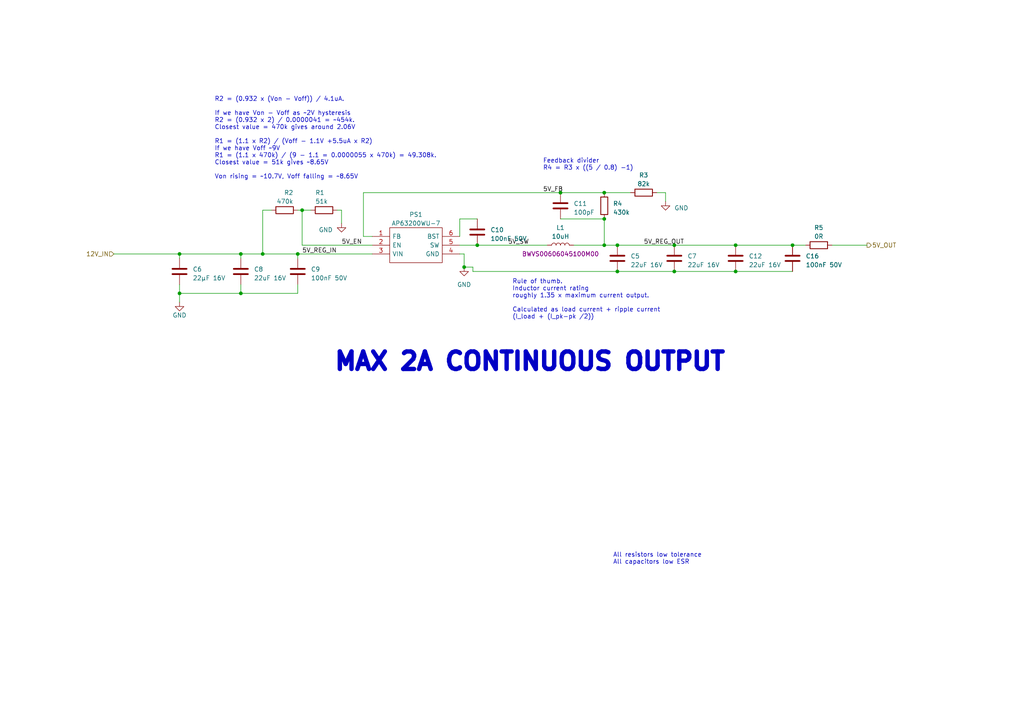
<source format=kicad_sch>
(kicad_sch (version 20230121) (generator eeschema)
  (paper "A4")
  (title_block (title "12V to 5V conversion") (date "2023-04-10") (rev "1.0") (comment 1 "https://github.com/martinroger/VXDash") (comment 2 "https://cadlab.io/projects/vxdash"))
  (lib_symbols
    (symbol "Device:C" (pin_numbers hide) (pin_names (offset 0.254))
      (property "Reference" "C" (at 0.635 2.54 0))
      (property "Value" "C" (at 0.635 -2.54 0))
      (symbol "C_0_1"
        (polyline (pts (xy -2.032 -0.762) (xy 2.032 -0.762)) (stroke (width 0.508)))
        (polyline (pts (xy -2.032 0.762) (xy 2.032 0.762)) (stroke (width 0.508)))
      )
      (symbol "C_1_1"
        (pin passive line (at 0 3.81 270) (length 2.794) (name "~") (number "1"))
        (pin passive line (at 0 -3.81 90) (length 2.794) (name "~") (number "2"))
      )
    )
    (symbol "Device:L" (pin_numbers hide) (pin_names (offset 1.016) hide)
      (property "Reference" "L" (at -1.27 0 90))
      (property "Value" "L" (at 1.905 0 90))
      (symbol "L_0_1"
        (arc (start 0 -2.54) (mid 0.6323 -1.905) (end 0 -1.27))
        (arc (start 0 -1.27) (mid 0.6323 -0.635) (end 0 0))
        (arc (start 0 0) (mid 0.6323 0.635) (end 0 1.27))
        (arc (start 0 1.27) (mid 0.6323 1.905) (end 0 2.54))
      )
      (symbol "L_1_1"
        (pin passive line (at 0 3.81 270) (length 1.27) (name "1") (number "1"))
        (pin passive line (at 0 -3.81 90) (length 1.27) (name "2") (number "2"))
      )
    )
    (symbol "Device:R" (pin_numbers hide) (pin_names (offset 0))
      (property "Reference" "R" (at 2.032 0 90))
      (property "Value" "R" (at 0 0 90))
      (symbol "R_0_1"
        (rectangle (start -1.016 -2.54) (end 1.016 2.54) (stroke (width 0.254)))
      )
      (symbol "R_1_1"
        (pin passive line (at 0 3.81 270) (length 1.27) (name "~") (number "1"))
        (pin passive line (at 0 -3.81 90) (length 1.27) (name "~") (number "2"))
      )
    )
    (symbol "SamacSys_Parts:AP63200WU-7" (pin_names (offset 0.762))
      (property "Reference" "PS" (at 21.59 7.62 0))
      (property "Value" "AP63200WU-7" (at 21.59 5.08 0))
      (symbol "AP63200WU-7_0_0"
        (pin input line (at 0 0 0) (length 5.08) (name "FB") (number "1"))
        (pin input line (at 0 -2.54 0) (length 5.08) (name "EN") (number "2"))
        (pin power_in line (at 0 -5.08 0) (length 5.08) (name "VIN") (number "3"))
        (pin power_in line (at 25.4 -5.08 180) (length 5.08) (name "GND") (number "4"))
        (pin output line (at 25.4 -2.54 180) (length 5.08) (name "SW") (number "5"))
        (pin passive line (at 25.4 0 180) (length 5.08) (name "BST") (number "6"))
      )
      (symbol "AP63200WU-7_0_1"
        (polyline (pts (xy 5.08 2.54) (xy 20.32 2.54) (xy 20.32 -7.62) (xy 5.08 -7.62) (xy 5.08 2.54)) (stroke (width 0.1524)))
      )
    )
    (symbol "power:GND" (power) (pin_names (offset 0))
      (property "Value" "GND" (at 0 -3.81 0))
      (symbol "GND_0_1"
        (polyline (pts (xy 0 0) (xy 0 -1.27) (xy 1.27 -1.27) (xy 0 -2.54) (xy -1.27 -1.27) (xy 0 -1.27)))
      )
      (symbol "GND_1_1"
        (pin power_in line (at 0 0 270) (length 0) hide (name "GND") (number "1"))
      )
    )
  )
  (junction (at 179.07 78.74))
  (junction (at 138.43 71.12))
  (junction (at 134.62 77.47))
  (junction (at 52.07 73.66))
  (junction (at 229.87 71.12))
  (junction (at 69.85 73.66))
  (junction (at 52.07 85.09))
  (junction (at 162.56 55.88))
  (junction (at 175.26 63.5))
  (junction (at 76.2 73.66))
  (junction (at 195.58 71.12))
  (junction (at 213.36 78.74))
  (junction (at 175.26 71.12))
  (junction (at 69.85 85.09))
  (junction (at 175.26 55.88))
  (junction (at 87.63 60.96))
  (junction (at 86.36 73.66))
  (junction (at 213.36 71.12))
  (junction (at 179.07 71.12))
  (junction (at 195.58 78.74))
  (wire (pts (xy 90.17 60.96) (xy 87.63 60.96)))
  (wire (pts (xy 99.06 60.96) (xy 97.79 60.96)))
  (wire (pts (xy 137.16 78.74) (xy 179.07 78.74)))
  (wire (pts (xy 76.2 60.96) (xy 78.74 60.96)))
  (wire (pts (xy 193.04 55.88) (xy 190.5 55.88)))
  (wire (pts (xy 179.07 78.74) (xy 195.58 78.74)))
  (wire (pts (xy 76.2 73.66) (xy 86.36 73.66)))
  (wire (pts (xy 105.41 55.88) (xy 162.56 55.88)))
  (wire (pts (xy 99.06 64.77) (xy 99.06 60.96)))
  (wire (pts (xy 87.63 71.12) (xy 87.63 60.96)))
  (wire (pts (xy 69.85 73.66) (xy 76.2 73.66)))
  (wire (pts (xy 86.36 73.66) (xy 107.95 73.66)))
  (wire (pts (xy 87.63 71.12) (xy 107.95 71.12)))
  (wire (pts (xy 213.36 78.74) (xy 229.87 78.74)))
  (wire (pts (xy 134.62 73.66) (xy 134.62 77.47)))
  (wire (pts (xy 87.63 60.96) (xy 86.36 60.96)))
  (wire (pts (xy 69.85 73.66) (xy 69.85 74.93)))
  (wire (pts (xy 133.35 73.66) (xy 134.62 73.66)))
  (wire (pts (xy 137.16 78.74) (xy 137.16 77.47)))
  (wire (pts (xy 86.36 85.09) (xy 69.85 85.09)))
  (wire (pts (xy 33.02 73.66) (xy 52.07 73.66)))
  (wire (pts (xy 166.37 71.12) (xy 175.26 71.12)))
  (wire (pts (xy 76.2 60.96) (xy 76.2 73.66)))
  (wire (pts (xy 107.95 68.58) (xy 105.41 68.58)))
  (wire (pts (xy 133.35 63.5) (xy 138.43 63.5)))
  (wire (pts (xy 179.07 71.12) (xy 195.58 71.12)))
  (wire (pts (xy 86.36 82.55) (xy 86.36 85.09)))
  (wire (pts (xy 133.35 68.58) (xy 133.35 63.5)))
  (wire (pts (xy 69.85 85.09) (xy 52.07 85.09)))
  (wire (pts (xy 137.16 77.47) (xy 134.62 77.47)))
  (wire (pts (xy 52.07 82.55) (xy 52.07 85.09)))
  (wire (pts (xy 52.07 73.66) (xy 69.85 73.66)))
  (wire (pts (xy 182.88 55.88) (xy 175.26 55.88)))
  (wire (pts (xy 175.26 71.12) (xy 179.07 71.12)))
  (wire (pts (xy 175.26 63.5) (xy 175.26 71.12)))
  (wire (pts (xy 175.26 55.88) (xy 162.56 55.88)))
  (wire (pts (xy 162.56 63.5) (xy 175.26 63.5)))
  (wire (pts (xy 241.3 71.12) (xy 251.46 71.12)))
  (wire (pts (xy 213.36 71.12) (xy 229.87 71.12)))
  (wire (pts (xy 138.43 71.12) (xy 158.75 71.12)))
  (wire (pts (xy 133.35 71.12) (xy 138.43 71.12)))
  (wire (pts (xy 193.04 58.42) (xy 193.04 55.88)))
  (wire (pts (xy 52.07 73.66) (xy 52.07 74.93)))
  (wire (pts (xy 105.41 68.58) (xy 105.41 55.88)))
  (wire (pts (xy 195.58 78.74) (xy 213.36 78.74)))
  (wire (pts (xy 69.85 82.55) (xy 69.85 85.09)))
  (wire (pts (xy 229.87 71.12) (xy 233.68 71.12)))
  (wire (pts (xy 86.36 73.66) (xy 86.36 74.93)))
  (wire (pts (xy 195.58 71.12) (xy 213.36 71.12)))
  (wire (pts (xy 52.07 87.63) (xy 52.07 85.09)))
  (text "R2 = (0.932 x (Von - Voff)) / 4.1uA.\n\nIf we have Von - Voff as ~2V hysteresis\nR2 = (0.932 x 2) / 0.0000041 = ~454k. \nClosest value = 470k gives around 2.06V\n\nR1 = (1.1 x R2) / (Voff - 1.1V +5.5uA x R2)\nIf we have Voff ~9V\nR1 = (1.1 x 470k) / (9 - 1.1 = 0.0000055 x 470k) = 49.308k.\nClosest value = 51k gives ~8.65V\n\nVon rising = ~10.7V, Voff falling = ~8.65V" (at 62.23 52.07 0) (effects (font (size 1.27 1.27)) (justify left bottom)))
  (text "All resistors low tolerance\nAll capacitors low ESR" (at 177.8 163.83 0) (effects (font (size 1.27 1.27)) (justify left bottom)))
  (text "Rule of thumb. \nInductor current rating \nroughly 1.35 x maximum current output.\n\nCalculated as load current + ripple current \n(I_load + (I_pk-pk /2))" (at 148.59 92.71 0) (effects (font (size 1.27 1.27)) (justify left bottom)))
  (text "MAX 2A CONTINUOUS OUTPUT" (at 96.52 107.95 0) (effects (font (size 5.08 5.08) (thickness 5.08) bold) (justify left bottom)))
  (text "Feedback divider\nR4 = R3 x ((5 / 0.8) -1)\n" (at 157.48 49.53 0) (effects (font (size 1.27 1.27)) (justify left bottom)))
  (label "5V_FB" (at 157.48 55.88 0))
  (label "5V_REG_IN" (at 87.63 73.66 0))
  (label "5V_EN" (at 99.06 71.12 0))
  (label "5V_REG_OUT" (at 186.69 71.12 0))
  (label "5V_SW" (at 147.32 71.12 0))
  (hierarchical_label "12V_IN" (shape input) (at 33.02 73.66 180))
  (hierarchical_label "5V_OUT" (shape output) (at 251.46 71.12 0))
  (symbol (lib_id "Device:R") (at 186.69 55.88 90) (unit 1)
    (property "Reference" "R3" (at 186.69 50.8 90))
    (property "Value" "82k" (at 186.69 53.34 90))
    (property "Footprint" "Resistor_SMD:R_0402_1005Metric" (effects hide))
    (property "Description" "RES CHIP 0402 82k 1% 1/16W" (effects hide))
  )
  (symbol (lib_id "Device:L") (at 162.56 71.12 90) (unit 1)
    (property "Reference" "L1" (at 162.56 66.04 90))
    (property "Value" "10uH" (at 162.56 68.58 90))
    (property "Footprint" "Inductor_SMD:L_Bourns-SRN6028" (effects hide))
    (property "Description" "10 µH Shielded Inductor 2.7A, 57mOhm " (effects hide))
    (property "Manufacturer_Name" "Pulse Electronics" (effects hide))
    (property "Manufacturer_Part_Number" "BWVS00606045100M00" (at 162.56 73.66 90))
  )
  (symbol (lib_id "power:GND") (at 134.62 77.47 0) (unit 1)
    (property "Reference" "#PWR013" (effects hide))
    (property "Value" "GND" (at 134.62 82.55 0))
  )
  (symbol (lib_id "Device:R") (at 82.55 60.96 90) (mirror x) (unit 1)
    (property "Reference" "R2" (at 85.09 55.88 90) (effects (justify left)))
    (property "Value" "470k" (at 85.09 58.42 90) (effects (justify left)))
    (property "Footprint" "Resistor_SMD:R_0402_1005Metric" (effects hide))
    (property "Description" "RES CHIP 0402 470k 1% 1/16W" (effects hide))
  )
  (symbol (lib_id "power:GND") (at 52.07 87.63 0) (unit 1)
    (property "Reference" "#PWR012" (effects hide))
    (property "Value" "GND" (at 52.07 91.44 0))
  )
  (symbol (lib_id "Device:R") (at 175.26 59.69 0) (unit 1)
    (property "Reference" "R4" (at 177.8 59.055 0) (effects (justify left)))
    (property "Value" "430k" (at 177.8 61.595 0) (effects (justify left)))
    (property "Footprint" "Resistor_SMD:R_0402_1005Metric" (effects hide))
    (property "Description" "RES CHIP 0402 430k 1% 1/16W" (effects hide))
  )
  (symbol (lib_id "Device:C") (at 213.36 74.93 0) (unit 1)
    (property "Reference" "C12" (at 217.17 74.295 0) (effects (justify left)))
    (property "Value" "22uF 16V" (at 217.17 76.835 0) (effects (justify left)))
    (property "Footprint" "Capacitor_SMD:C_0805_2012Metric" (effects hide))
    (property "Description" "CAP CHIP 0603 22uF 16V X5R 20%" (effects hide))
  )
  (symbol (lib_id "Device:C") (at 52.07 78.74 0) (unit 1)
    (property "Reference" "C6" (at 55.88 78.105 0) (effects (justify left)))
    (property "Value" "22µF 16V" (at 55.88 80.645 0) (effects (justify left)))
    (property "Footprint" "Capacitor_SMD:C_0805_2012Metric" (effects hide))
    (property "Description" "CAP CHIP 0603 22uF 16V X5R 20%" (effects hide))
  )
  (symbol (lib_id "Device:C") (at 86.36 78.74 0) (unit 1)
    (property "Reference" "C9" (at 90.17 78.105 0) (effects (justify left)))
    (property "Value" "100nF 50V" (at 90.17 80.645 0) (effects (justify left)))
    (property "Footprint" "Capacitor_SMD:C_0402_1005Metric" (effects hide))
    (property "Description" "CAP CHIP 0402 100nF 50V X5R 10%" (effects hide))
    (property "Manufacturer_Part_Number" "GRM155R61H104KE19D" (effects hide))
  )
  (symbol (lib_id "Device:R") (at 93.98 60.96 270) (mirror x) (unit 1)
    (property "Reference" "R1" (at 91.44 55.88 90) (effects (justify left)))
    (property "Value" "51k" (at 91.44 58.42 90) (effects (justify left)))
    (property "Footprint" "Resistor_SMD:R_0402_1005Metric" (effects hide))
    (property "Description" "RES CHIP 0402 51k 1% 1/16W" (effects hide))
  )
  (symbol (lib_id "Device:C") (at 229.87 74.93 0) (unit 1)
    (property "Reference" "C16" (at 233.68 74.295 0) (effects (justify left)))
    (property "Value" "100nF 50V" (at 233.68 76.835 0) (effects (justify left)))
    (property "Footprint" "Capacitor_SMD:C_0402_1005Metric" (effects hide))
    (property "Description" "CAP CHIP 0402 100nF 50V X5R 10%" (effects hide))
    (property "Manufacturer_Part_Number" "GRM155R61H104KE19D" (effects hide))
  )
  (symbol (lib_id "Device:C") (at 179.07 74.93 0) (unit 1)
    (property "Reference" "C5" (at 182.88 74.295 0) (effects (justify left)))
    (property "Value" "22uF 16V" (at 182.88 76.835 0) (effects (justify left)))
    (property "Footprint" "Capacitor_SMD:C_0805_2012Metric" (effects hide))
    (property "Description" "CAP CHIP 0603 22uF 16V X5R 20%" (effects hide))
  )
  (symbol (lib_id "Device:R") (at 237.49 71.12 90) (unit 1)
    (property "Reference" "R5" (at 237.49 66.04 90))
    (property "Value" "0R" (at 237.49 68.58 90))
    (property "Footprint" "Resistor_SMD:R_0402_1005Metric" (effects hide))
    (property "Description" "RES CHIP 0402 0R 1/16W" (effects hide))
    (property "Manufacturer_Part_Number" "CRCW04020000Z0EDC" (effects hide))
  )
  (symbol (lib_id "power:GND") (at 99.06 64.77 0) (mirror y) (unit 1)
    (property "Reference" "#PWR011" (effects hide))
    (property "Value" "GND" (at 96.52 66.675 0) (effects (justify left)))
  )
  (symbol (lib_id "Device:C") (at 138.43 67.31 0) (unit 1)
    (property "Reference" "C10" (at 142.24 66.675 0) (effects (justify left)))
    (property "Value" "100nF 50V" (at 142.24 69.215 0) (effects (justify left)))
    (property "Footprint" "Capacitor_SMD:C_0402_1005Metric" (effects hide))
    (property "Description" "CAP CHIP 0402 100nF 50V X5R 10%" (effects hide))
    (property "Manufacturer_Part_Number" "GRM155R61H104KE19D" (effects hide))
  )
  (symbol (lib_id "SamacSys_Parts:AP63200WU-7") (at 107.95 68.58 0) (unit 1)
    (property "Reference" "PS1" (at 120.65 62.23 0))
    (property "Value" "AP63200WU-7" (at 120.65 64.77 0))
    (property "Footprint" "Package_TO_SOT_SMD:TSOT-23-6" (effects hide))
    (property "Datasheet" "https://www.mouser.jp/datasheet/2/115/AP63200-AP63201-AP63203-AP63205-1525010.pdf" (effects hide))
    (property "Description" "Switching Voltage Regulators DCDC Conv HV Buck TSOT26 T&R 3K" (effects hide))
    (property "Height" "1" (effects hide))
    (property "Manufacturer_Name" "Diodes Inc." (effects hide))
    (property "Manufacturer_Part_Number" "AP63200WU-7" (effects hide))
    (property "Mouser Part Number" "621-AP63200WU-7" (effects hide))
    (property "Mouser Price/Stock" "https://www.mouser.co.uk/ProductDetail/Diodes-Incorporated/AP63200WU-7?qs=u16ybLDytRZrauj7eRB5tw%3D%3D" (effects hide))
    (property "Arrow Part Number" "AP63200WU-7" (effects hide))
    (property "Arrow Price/Stock" "https://www.arrow.com/en/products/ap63200wu-7/diodes-incorporated?region=nac" (effects hide))
  )
  (symbol (lib_id "Device:C") (at 195.58 74.93 0) (unit 1)
    (property "Reference" "C7" (at 199.39 74.295 0) (effects (justify left)))
    (property "Value" "22uF 16V" (at 199.39 76.835 0) (effects (justify left)))
    (property "Footprint" "Capacitor_SMD:C_0805_2012Metric" (effects hide))
    (property "Description" "CAP CHIP 0603 22uF 16V X5R 20%" (effects hide))
  )
  (symbol (lib_id "Device:C") (at 162.56 59.69 0) (unit 1)
    (property "Reference" "C11" (at 166.37 59.055 0) (effects (justify left)))
    (property "Value" "100pF" (at 166.37 61.595 0) (effects (justify left)))
    (property "Footprint" "Capacitor_SMD:C_0402_1005Metric" (effects hide))
    (property "Description" "CAP CHIP 0402 100pF 50V C0G 10%" (effects hide))
    (property "Manufacturer_Part_Number" "CC0402JRNPO9BN101" (effects hide))
  )
  (symbol (lib_id "Device:C") (at 69.85 78.74 0) (unit 1)
    (property "Reference" "C8" (at 73.66 78.105 0) (effects (justify left)))
    (property "Value" "22uF 16V" (at 73.66 80.645 0) (effects (justify left)))
    (property "Footprint" "Capacitor_SMD:C_0805_2012Metric" (effects hide))
    (property "Description" "CAP CHIP 0603 22uF 16V X5R 20%" (effects hide))
  )
  (symbol (lib_id "power:GND") (at 193.04 58.42 0) (unit 1)
    (property "Reference" "#PWR014" (effects hide))
    (property "Value" "GND" (at 195.58 60.325 0) (effects (justify left)))
  )
)
</source>
